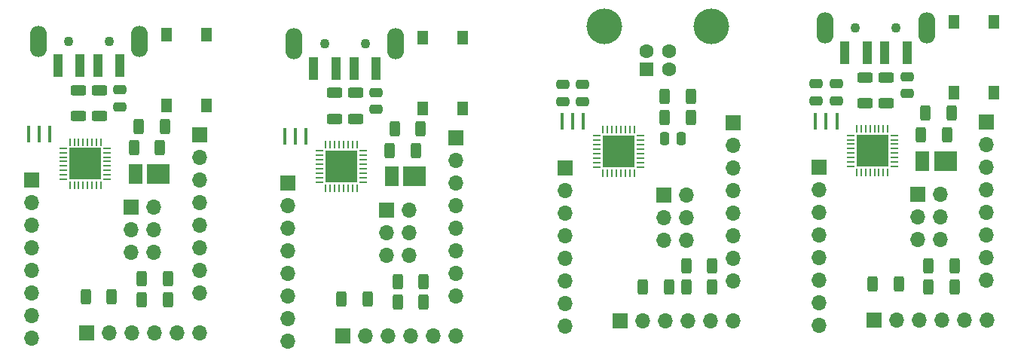
<source format=gbr>
%TF.GenerationSoftware,KiCad,Pcbnew,(6.0.5)*%
%TF.CreationDate,2023-04-25T20:10:58+03:00*%
%TF.ProjectId,AT90USB162,41543930-5553-4423-9136-322e6b696361,rev?*%
%TF.SameCoordinates,Original*%
%TF.FileFunction,Soldermask,Top*%
%TF.FilePolarity,Negative*%
%FSLAX46Y46*%
G04 Gerber Fmt 4.6, Leading zero omitted, Abs format (unit mm)*
G04 Created by KiCad (PCBNEW (6.0.5)) date 2023-04-25 20:10:58*
%MOMM*%
%LPD*%
G01*
G04 APERTURE LIST*
G04 Aperture macros list*
%AMRoundRect*
0 Rectangle with rounded corners*
0 $1 Rounding radius*
0 $2 $3 $4 $5 $6 $7 $8 $9 X,Y pos of 4 corners*
0 Add a 4 corners polygon primitive as box body*
4,1,4,$2,$3,$4,$5,$6,$7,$8,$9,$2,$3,0*
0 Add four circle primitives for the rounded corners*
1,1,$1+$1,$2,$3*
1,1,$1+$1,$4,$5*
1,1,$1+$1,$6,$7*
1,1,$1+$1,$8,$9*
0 Add four rect primitives between the rounded corners*
20,1,$1+$1,$2,$3,$4,$5,0*
20,1,$1+$1,$4,$5,$6,$7,0*
20,1,$1+$1,$6,$7,$8,$9,0*
20,1,$1+$1,$8,$9,$2,$3,0*%
G04 Aperture macros list end*
%ADD10R,1.700000X1.700000*%
%ADD11O,1.700000X1.700000*%
%ADD12RoundRect,0.250000X-0.625000X0.312500X-0.625000X-0.312500X0.625000X-0.312500X0.625000X0.312500X0*%
%ADD13R,1.300000X1.550000*%
%ADD14RoundRect,0.250000X-0.312500X-0.625000X0.312500X-0.625000X0.312500X0.625000X-0.312500X0.625000X0*%
%ADD15RoundRect,0.062500X-0.337500X-0.062500X0.337500X-0.062500X0.337500X0.062500X-0.337500X0.062500X0*%
%ADD16RoundRect,0.062500X-0.062500X-0.337500X0.062500X-0.337500X0.062500X0.337500X-0.062500X0.337500X0*%
%ADD17R,3.600000X3.600000*%
%ADD18RoundRect,0.250000X0.475000X-0.250000X0.475000X0.250000X-0.475000X0.250000X-0.475000X-0.250000X0*%
%ADD19C,1.100000*%
%ADD20R,1.100000X2.500000*%
%ADD21O,1.900000X3.500000*%
%ADD22RoundRect,0.250000X0.312500X0.625000X-0.312500X0.625000X-0.312500X-0.625000X0.312500X-0.625000X0*%
%ADD23RoundRect,0.250000X-0.475000X0.250000X-0.475000X-0.250000X0.475000X-0.250000X0.475000X0.250000X0*%
%ADD24RoundRect,0.250000X0.250000X0.475000X-0.250000X0.475000X-0.250000X-0.475000X0.250000X-0.475000X0*%
%ADD25R,0.400000X1.900000*%
%ADD26R,2.500000X2.200000*%
%ADD27R,1.550000X2.200000*%
%ADD28R,1.600000X1.600000*%
%ADD29C,1.600000*%
%ADD30C,4.000000*%
G04 APERTURE END LIST*
D10*
%TO.C,REF\u002A\u002A*%
X123794000Y-92897000D03*
D11*
X123794000Y-95437000D03*
X123794000Y-97977000D03*
X123794000Y-100517000D03*
X123794000Y-103057000D03*
X123794000Y-105597000D03*
X123794000Y-108137000D03*
X123794000Y-110677000D03*
%TD*%
D12*
%TO.C,22R*%
X157500000Y-82718750D03*
X157500000Y-85643750D03*
%TD*%
D13*
%TO.C,RESET*%
X167450000Y-76500000D03*
X167450000Y-84450000D03*
X171950000Y-76500000D03*
X171950000Y-84450000D03*
%TD*%
D14*
%TO.C,100nF*%
X132531500Y-106312000D03*
X135456500Y-106312000D03*
%TD*%
D10*
%TO.C,REF\u002A\u002A*%
X163400000Y-95875000D03*
D11*
X165940000Y-95875000D03*
X163400000Y-98415000D03*
X165940000Y-98415000D03*
X163400000Y-100955000D03*
X165940000Y-100955000D03*
%TD*%
D15*
%TO.C,AT90USB162*%
X127344000Y-89312000D03*
X127344000Y-89812000D03*
X127344000Y-90312000D03*
X127344000Y-90812000D03*
X127344000Y-91312000D03*
X127344000Y-91812000D03*
X127344000Y-92312000D03*
X127344000Y-92812000D03*
D16*
X128044000Y-93512000D03*
X128544000Y-93512000D03*
X129044000Y-93512000D03*
X129544000Y-93512000D03*
X130044000Y-93512000D03*
X130544000Y-93512000D03*
X131044000Y-93512000D03*
X131544000Y-93512000D03*
D15*
X132244000Y-92812000D03*
X132244000Y-92312000D03*
X132244000Y-91812000D03*
X132244000Y-91312000D03*
X132244000Y-90812000D03*
X132244000Y-90312000D03*
X132244000Y-89812000D03*
X132244000Y-89312000D03*
D16*
X131544000Y-88612000D03*
X131044000Y-88612000D03*
X130544000Y-88612000D03*
X130044000Y-88612000D03*
X129544000Y-88612000D03*
X129044000Y-88612000D03*
X128544000Y-88612000D03*
X128044000Y-88612000D03*
D17*
X129794000Y-91062000D03*
%TD*%
D13*
%TO.C,RESET*%
X79030000Y-85900000D03*
X79030000Y-77950000D03*
X83530000Y-85900000D03*
X83530000Y-77950000D03*
%TD*%
D18*
%TO.C,22pF*%
X152000000Y-85375000D03*
X152000000Y-83475000D03*
%TD*%
D19*
%TO.C,USB_0*%
X156400000Y-77206250D03*
X161000000Y-77206250D03*
D20*
X155200000Y-79956250D03*
X157700000Y-79956250D03*
X159700000Y-79956250D03*
X162200000Y-79956250D03*
D21*
X153000000Y-77206250D03*
X164400000Y-77206250D03*
%TD*%
D22*
%TO.C,1K*%
X166687500Y-89225000D03*
X163762500Y-89225000D03*
%TD*%
D23*
%TO.C,1uF*%
X102541500Y-84424500D03*
X102541500Y-86324500D03*
%TD*%
D10*
%TO.C,REF\u002A\u002A*%
X171150000Y-87750000D03*
D11*
X171150000Y-90290000D03*
X171150000Y-92830000D03*
X171150000Y-95370000D03*
X171150000Y-97910000D03*
X171150000Y-100450000D03*
X171150000Y-102990000D03*
X171150000Y-105530000D03*
%TD*%
D18*
%TO.C,22pF*%
X125744000Y-85437000D03*
X125744000Y-83537000D03*
%TD*%
D10*
%TO.C,REF\u002A\u002A*%
X82730000Y-89200000D03*
D11*
X82730000Y-91740000D03*
X82730000Y-94280000D03*
X82730000Y-96820000D03*
X82730000Y-99360000D03*
X82730000Y-101900000D03*
X82730000Y-104440000D03*
X82730000Y-106980000D03*
%TD*%
D10*
%TO.C,REF\u002A\u002A*%
X103741500Y-97624500D03*
D11*
X106281500Y-97624500D03*
X103741500Y-100164500D03*
X106281500Y-100164500D03*
X103741500Y-102704500D03*
X106281500Y-102704500D03*
%TD*%
D10*
%TO.C,REF\u002A\u002A*%
X92641500Y-94584500D03*
D11*
X92641500Y-97124500D03*
X92641500Y-99664500D03*
X92641500Y-102204500D03*
X92641500Y-104744500D03*
X92641500Y-107284500D03*
X92641500Y-109824500D03*
X92641500Y-112364500D03*
%TD*%
D24*
%TO.C,1uF*%
X136869000Y-89637000D03*
X134969000Y-89637000D03*
%TD*%
D25*
%TO.C,16MHz*%
X92266500Y-89399500D03*
X93466500Y-89399500D03*
X94666500Y-89399500D03*
%TD*%
D19*
%TO.C,USB_0*%
X72580000Y-78656250D03*
X67980000Y-78656250D03*
D20*
X66780000Y-81406250D03*
X69280000Y-81406250D03*
X71280000Y-81406250D03*
X73780000Y-81406250D03*
D21*
X64580000Y-78656250D03*
X75980000Y-78656250D03*
%TD*%
D25*
%TO.C,16MHz*%
X123419000Y-87712000D03*
X124619000Y-87712000D03*
X125819000Y-87712000D03*
%TD*%
D26*
%TO.C,REF\u002A\u002A*%
X166525000Y-92125000D03*
D27*
X163950000Y-92125000D03*
%TD*%
D14*
%TO.C,100nF*%
X137406500Y-106262000D03*
X140331500Y-106262000D03*
%TD*%
D22*
%TO.C,10K*%
X78792500Y-88225000D03*
X75867500Y-88225000D03*
%TD*%
D12*
%TO.C,22R*%
X100216500Y-84468250D03*
X100216500Y-87393250D03*
%TD*%
D22*
%TO.C,10K*%
X167212500Y-86775000D03*
X164287500Y-86775000D03*
%TD*%
D13*
%TO.C,RESET*%
X107791500Y-78249500D03*
X107791500Y-86199500D03*
X112291500Y-86199500D03*
X112291500Y-78249500D03*
%TD*%
D12*
%TO.C,22R*%
X69080000Y-84168750D03*
X69080000Y-87093750D03*
%TD*%
D22*
%TO.C,22R*%
X137919000Y-87262000D03*
X134994000Y-87262000D03*
%TD*%
D10*
%TO.C,REF\u002A\u002A*%
X98816500Y-111799500D03*
D11*
X101356500Y-111799500D03*
X103896500Y-111799500D03*
X106436500Y-111799500D03*
X108976500Y-111799500D03*
X111516500Y-111799500D03*
%TD*%
D12*
%TO.C,22R*%
X97841500Y-84468250D03*
X97841500Y-87393250D03*
%TD*%
D22*
%TO.C,1K*%
X78267500Y-90675000D03*
X75342500Y-90675000D03*
%TD*%
D14*
%TO.C,10uF*%
X104979000Y-105699500D03*
X107904000Y-105699500D03*
%TD*%
%TO.C,100nF*%
X158337500Y-105925000D03*
X161262500Y-105925000D03*
%TD*%
D12*
%TO.C,22R*%
X159875000Y-82718750D03*
X159875000Y-85643750D03*
%TD*%
D10*
%TO.C,REF\u002A\u002A*%
X134894000Y-95937000D03*
D11*
X137434000Y-95937000D03*
X134894000Y-98477000D03*
X137434000Y-98477000D03*
X134894000Y-101017000D03*
X137434000Y-101017000D03*
%TD*%
D10*
%TO.C,REF\u002A\u002A*%
X74980000Y-97325000D03*
D11*
X77520000Y-97325000D03*
X74980000Y-99865000D03*
X77520000Y-99865000D03*
X74980000Y-102405000D03*
X77520000Y-102405000D03*
%TD*%
D10*
%TO.C,REF\u002A\u002A*%
X63880000Y-94285000D03*
D11*
X63880000Y-96825000D03*
X63880000Y-99365000D03*
X63880000Y-101905000D03*
X63880000Y-104445000D03*
X63880000Y-106985000D03*
X63880000Y-109525000D03*
X63880000Y-112065000D03*
%TD*%
D26*
%TO.C,REF\u002A\u002A*%
X78105000Y-93575000D03*
D27*
X75530000Y-93575000D03*
%TD*%
D28*
%TO.C,USB*%
X132944000Y-81837000D03*
D29*
X135444000Y-81837000D03*
X135444000Y-79837000D03*
X132944000Y-79837000D03*
D30*
X128194000Y-76977000D03*
X140194000Y-76977000D03*
%TD*%
D15*
%TO.C,AT90USB162*%
X155850000Y-89250000D03*
X155850000Y-89750000D03*
X155850000Y-90250000D03*
X155850000Y-90750000D03*
X155850000Y-91250000D03*
X155850000Y-91750000D03*
X155850000Y-92250000D03*
X155850000Y-92750000D03*
D16*
X156550000Y-93450000D03*
X157050000Y-93450000D03*
X157550000Y-93450000D03*
X158050000Y-93450000D03*
X158550000Y-93450000D03*
X159050000Y-93450000D03*
X159550000Y-93450000D03*
X160050000Y-93450000D03*
D15*
X160750000Y-92750000D03*
X160750000Y-92250000D03*
X160750000Y-91750000D03*
X160750000Y-91250000D03*
X160750000Y-90750000D03*
X160750000Y-90250000D03*
X160750000Y-89750000D03*
X160750000Y-89250000D03*
D16*
X160050000Y-88550000D03*
X159550000Y-88550000D03*
X159050000Y-88550000D03*
X158550000Y-88550000D03*
X158050000Y-88550000D03*
X157550000Y-88550000D03*
X157050000Y-88550000D03*
X156550000Y-88550000D03*
D17*
X158300000Y-91000000D03*
%TD*%
D14*
%TO.C,100nF*%
X164637500Y-106275000D03*
X167562500Y-106275000D03*
%TD*%
D18*
%TO.C,22pF*%
X154250000Y-85375000D03*
X154250000Y-83475000D03*
%TD*%
D14*
%TO.C,100nF*%
X76217500Y-107725000D03*
X79142500Y-107725000D03*
%TD*%
%TO.C,10uF*%
X76217500Y-105400000D03*
X79142500Y-105400000D03*
%TD*%
D22*
%TO.C,22R*%
X137919000Y-84887000D03*
X134994000Y-84887000D03*
%TD*%
D10*
%TO.C,REF\u002A\u002A*%
X158475000Y-110050000D03*
D11*
X161015000Y-110050000D03*
X163555000Y-110050000D03*
X166095000Y-110050000D03*
X168635000Y-110050000D03*
X171175000Y-110050000D03*
%TD*%
D10*
%TO.C,REF\u002A\u002A*%
X111491500Y-89499500D03*
D11*
X111491500Y-92039500D03*
X111491500Y-94579500D03*
X111491500Y-97119500D03*
X111491500Y-99659500D03*
X111491500Y-102199500D03*
X111491500Y-104739500D03*
X111491500Y-107279500D03*
%TD*%
D18*
%TO.C,22pF*%
X123494000Y-85437000D03*
X123494000Y-83537000D03*
%TD*%
D14*
%TO.C,100nF*%
X69917500Y-107375000D03*
X72842500Y-107375000D03*
%TD*%
%TO.C,10uF*%
X164637500Y-103950000D03*
X167562500Y-103950000D03*
%TD*%
D10*
%TO.C,REF\u002A\u002A*%
X152300000Y-92835000D03*
D11*
X152300000Y-95375000D03*
X152300000Y-97915000D03*
X152300000Y-100455000D03*
X152300000Y-102995000D03*
X152300000Y-105535000D03*
X152300000Y-108075000D03*
X152300000Y-110615000D03*
%TD*%
D14*
%TO.C,100nF*%
X98679000Y-107674500D03*
X101604000Y-107674500D03*
%TD*%
D22*
%TO.C,10K*%
X107554000Y-88524500D03*
X104629000Y-88524500D03*
%TD*%
D25*
%TO.C,16MHz*%
X151925000Y-87650000D03*
X153125000Y-87650000D03*
X154325000Y-87650000D03*
%TD*%
D22*
%TO.C,1K*%
X107029000Y-90974500D03*
X104104000Y-90974500D03*
%TD*%
D14*
%TO.C,100nF*%
X104979000Y-108024500D03*
X107904000Y-108024500D03*
%TD*%
D25*
%TO.C,16MHz*%
X63505000Y-89100000D03*
X64705000Y-89100000D03*
X65905000Y-89100000D03*
%TD*%
D12*
%TO.C,22R*%
X71455000Y-84168750D03*
X71455000Y-87093750D03*
%TD*%
D19*
%TO.C,USB_0*%
X101341500Y-78955750D03*
X96741500Y-78955750D03*
D20*
X95541500Y-81705750D03*
X98041500Y-81705750D03*
X100041500Y-81705750D03*
X102541500Y-81705750D03*
D21*
X104741500Y-78955750D03*
X93341500Y-78955750D03*
%TD*%
D14*
%TO.C,10uF*%
X137406500Y-103937000D03*
X140331500Y-103937000D03*
%TD*%
D23*
%TO.C,1uF*%
X162200000Y-82675000D03*
X162200000Y-84575000D03*
%TD*%
D26*
%TO.C,REF\u002A\u002A*%
X106866500Y-93874500D03*
D27*
X104291500Y-93874500D03*
%TD*%
D15*
%TO.C,AT90USB162*%
X96191500Y-90999500D03*
X96191500Y-91499500D03*
X96191500Y-91999500D03*
X96191500Y-92499500D03*
X96191500Y-92999500D03*
X96191500Y-93499500D03*
X96191500Y-93999500D03*
X96191500Y-94499500D03*
D16*
X96891500Y-95199500D03*
X97391500Y-95199500D03*
X97891500Y-95199500D03*
X98391500Y-95199500D03*
X98891500Y-95199500D03*
X99391500Y-95199500D03*
X99891500Y-95199500D03*
X100391500Y-95199500D03*
D15*
X101091500Y-94499500D03*
X101091500Y-93999500D03*
X101091500Y-93499500D03*
X101091500Y-92999500D03*
X101091500Y-92499500D03*
X101091500Y-91999500D03*
X101091500Y-91499500D03*
X101091500Y-90999500D03*
D16*
X100391500Y-90299500D03*
X99891500Y-90299500D03*
X99391500Y-90299500D03*
X98891500Y-90299500D03*
X98391500Y-90299500D03*
X97891500Y-90299500D03*
X97391500Y-90299500D03*
X96891500Y-90299500D03*
D17*
X98641500Y-92749500D03*
%TD*%
D23*
%TO.C,1uF*%
X73780000Y-84125000D03*
X73780000Y-86025000D03*
%TD*%
D15*
%TO.C,AT90USB162*%
X67430000Y-90700000D03*
X67430000Y-91200000D03*
X67430000Y-91700000D03*
X67430000Y-92200000D03*
X67430000Y-92700000D03*
X67430000Y-93200000D03*
X67430000Y-93700000D03*
X67430000Y-94200000D03*
D16*
X68130000Y-94900000D03*
X68630000Y-94900000D03*
X69130000Y-94900000D03*
X69630000Y-94900000D03*
X70130000Y-94900000D03*
X70630000Y-94900000D03*
X71130000Y-94900000D03*
X71630000Y-94900000D03*
D15*
X72330000Y-94200000D03*
X72330000Y-93700000D03*
X72330000Y-93200000D03*
X72330000Y-92700000D03*
X72330000Y-92200000D03*
X72330000Y-91700000D03*
X72330000Y-91200000D03*
X72330000Y-90700000D03*
D16*
X71630000Y-90000000D03*
X71130000Y-90000000D03*
X70630000Y-90000000D03*
X70130000Y-90000000D03*
X69630000Y-90000000D03*
X69130000Y-90000000D03*
X68630000Y-90000000D03*
X68130000Y-90000000D03*
D17*
X69880000Y-92450000D03*
%TD*%
D10*
%TO.C,REF\u002A\u002A*%
X70055000Y-111500000D03*
D11*
X72595000Y-111500000D03*
X75135000Y-111500000D03*
X77675000Y-111500000D03*
X80215000Y-111500000D03*
X82755000Y-111500000D03*
%TD*%
D10*
%TO.C,REF\u002A\u002A*%
X129969000Y-110112000D03*
D11*
X132509000Y-110112000D03*
X135049000Y-110112000D03*
X137589000Y-110112000D03*
X140129000Y-110112000D03*
X142669000Y-110112000D03*
%TD*%
D10*
%TO.C,REF\u002A\u002A*%
X142644000Y-87812000D03*
D11*
X142644000Y-90352000D03*
X142644000Y-92892000D03*
X142644000Y-95432000D03*
X142644000Y-97972000D03*
X142644000Y-100512000D03*
X142644000Y-103052000D03*
X142644000Y-105592000D03*
%TD*%
M02*

</source>
